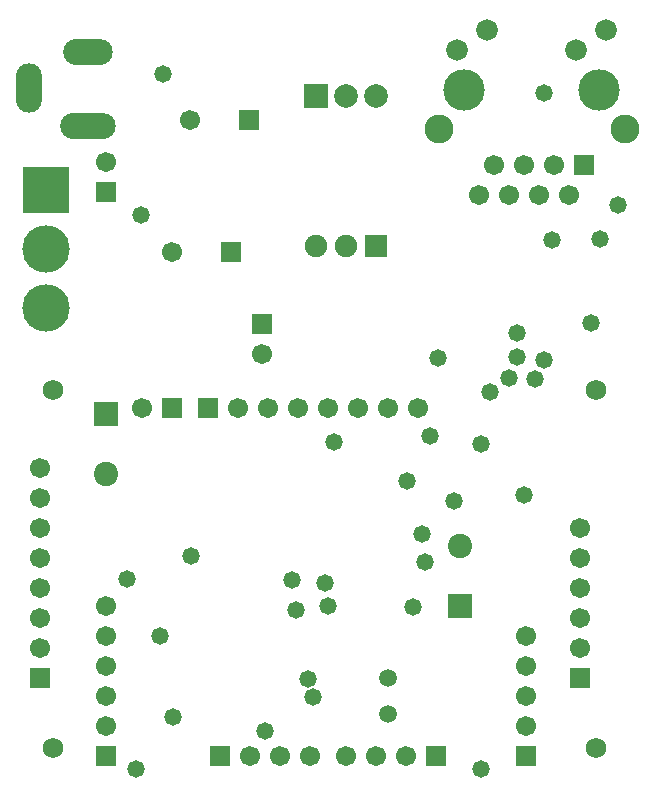
<source format=gbs>
%FSLAX23Y23*%
%MOIN*%
G70*
G01*
G75*
G04 Layer_Color=16711935*
%ADD10R,0.118X0.276*%
%ADD11R,0.067X0.043*%
%ADD12R,0.039X0.051*%
%ADD13R,0.055X0.043*%
%ADD14O,0.061X0.010*%
%ADD15O,0.010X0.061*%
%ADD16R,0.043X0.055*%
%ADD17R,0.051X0.039*%
%ADD18R,0.413X0.331*%
%ADD19R,0.041X0.130*%
%ADD20R,0.041X0.150*%
%ADD21R,0.421X0.331*%
%ADD22R,0.059X0.024*%
%ADD23O,0.024X0.087*%
%ADD24C,0.020*%
%ADD25C,0.010*%
%ADD26C,0.012*%
%ADD27R,0.059X0.059*%
%ADD28C,0.059*%
%ADD29C,0.150*%
%ADD30R,0.150X0.150*%
%ADD31R,0.059X0.059*%
%ADD32C,0.051*%
%ADD33C,0.073*%
%ADD34R,0.073X0.073*%
%ADD35C,0.059*%
%ADD36O,0.079X0.157*%
%ADD37O,0.157X0.079*%
%ADD38O,0.177X0.079*%
%ADD39C,0.064*%
%ADD40C,0.130*%
%ADD41C,0.088*%
%ADD42C,0.060*%
%ADD43C,0.071*%
%ADD44R,0.071X0.071*%
%ADD45C,0.067*%
%ADD46R,0.067X0.067*%
%ADD47C,0.050*%
%ADD48C,0.008*%
%ADD49C,0.010*%
%ADD50C,0.024*%
%ADD51C,0.006*%
%ADD52R,0.126X0.284*%
%ADD53R,0.075X0.051*%
%ADD54R,0.047X0.059*%
%ADD55R,0.063X0.051*%
%ADD56O,0.069X0.018*%
%ADD57O,0.018X0.069*%
%ADD58R,0.051X0.063*%
%ADD59R,0.059X0.047*%
%ADD60R,0.421X0.339*%
%ADD61R,0.049X0.138*%
%ADD62R,0.049X0.158*%
%ADD63R,0.429X0.339*%
%ADD64R,0.067X0.032*%
%ADD65O,0.032X0.095*%
%ADD66R,0.067X0.067*%
%ADD67C,0.067*%
%ADD68C,0.158*%
%ADD69R,0.158X0.158*%
%ADD70R,0.067X0.067*%
%ADD71C,0.059*%
%ADD72C,0.081*%
%ADD73R,0.081X0.081*%
%ADD74C,0.067*%
%ADD75O,0.087X0.165*%
%ADD76O,0.165X0.087*%
%ADD77O,0.185X0.087*%
%ADD78C,0.072*%
%ADD79C,0.138*%
%ADD80C,0.096*%
%ADD81C,0.068*%
%ADD82C,0.079*%
%ADD83R,0.079X0.079*%
%ADD84C,0.075*%
%ADD85R,0.075X0.075*%
%ADD86C,0.058*%
D66*
X2380Y3080D02*
D03*
X3780Y1200D02*
D03*
X2900Y2640D02*
D03*
X2160Y1460D02*
D03*
X2380Y1200D02*
D03*
X3960Y1460D02*
D03*
D67*
X2380Y3180D02*
D03*
X3780Y1600D02*
D03*
Y1500D02*
D03*
Y1400D02*
D03*
Y1300D02*
D03*
X2900Y2540D02*
D03*
X2500Y2360D02*
D03*
X2160Y2160D02*
D03*
Y2060D02*
D03*
Y1960D02*
D03*
Y1860D02*
D03*
Y1760D02*
D03*
Y1660D02*
D03*
Y1560D02*
D03*
X2380Y1700D02*
D03*
Y1600D02*
D03*
Y1500D02*
D03*
Y1400D02*
D03*
Y1300D02*
D03*
X3060Y1200D02*
D03*
X2960D02*
D03*
X2860D02*
D03*
X2123Y3466D02*
D03*
Y3387D02*
D03*
X2359Y3545D02*
D03*
X2281D02*
D03*
X3380Y1200D02*
D03*
X3280D02*
D03*
X3180D02*
D03*
X3420Y2360D02*
D03*
X3320D02*
D03*
X3220D02*
D03*
X3120D02*
D03*
X3020D02*
D03*
X2920D02*
D03*
X2820D02*
D03*
X3875Y3170D02*
D03*
X3775D02*
D03*
X3825Y3070D02*
D03*
X3725D02*
D03*
X3675Y3170D02*
D03*
X3925Y3070D02*
D03*
X3625D02*
D03*
X3960Y1960D02*
D03*
Y1860D02*
D03*
Y1760D02*
D03*
Y1660D02*
D03*
Y1560D02*
D03*
X2662Y3320D02*
D03*
X2602Y2880D02*
D03*
D68*
X2180Y2888D02*
D03*
Y2692D02*
D03*
D69*
Y3085D02*
D03*
D70*
X2600Y2360D02*
D03*
X2760Y1200D02*
D03*
X3480D02*
D03*
X2720Y2360D02*
D03*
X3975Y3170D02*
D03*
X2858Y3320D02*
D03*
X2798Y2880D02*
D03*
D71*
X3320Y1339D02*
D03*
Y1461D02*
D03*
D72*
X2380Y2140D02*
D03*
X3560Y1900D02*
D03*
D73*
X2380Y2340D02*
D03*
X3560Y1700D02*
D03*
D74*
X2271Y3301D02*
D03*
X2369D02*
D03*
D75*
X2123Y3427D02*
D03*
D76*
X2320Y3545D02*
D03*
D77*
Y3301D02*
D03*
D78*
X3551Y3553D02*
D03*
X3651Y3620D02*
D03*
X3949Y3553D02*
D03*
X4049Y3620D02*
D03*
D79*
X3575Y3420D02*
D03*
X4025D02*
D03*
D80*
X4110Y3290D02*
D03*
X3490D02*
D03*
D81*
X4015Y1225D02*
D03*
Y2420D02*
D03*
X2205D02*
D03*
Y1225D02*
D03*
D82*
X3280Y3400D02*
D03*
X3180D02*
D03*
D83*
X3080D02*
D03*
D84*
X3080Y2900D02*
D03*
X3180D02*
D03*
D85*
X3280D02*
D03*
D86*
X3724Y2460D02*
D03*
X3811Y2457D02*
D03*
X3841Y2521D02*
D03*
X3752Y2528D02*
D03*
X3998Y2643D02*
D03*
X3487Y2525D02*
D03*
X3867Y2919D02*
D03*
X4028Y2922D02*
D03*
X3840Y3410D02*
D03*
X3752Y2609D02*
D03*
X3660Y2414D02*
D03*
X3632Y2240D02*
D03*
X3460Y2267D02*
D03*
X4087Y3037D02*
D03*
X2910Y1284D02*
D03*
X3055Y1457D02*
D03*
X2498Y3004D02*
D03*
X2570Y3474D02*
D03*
X3120Y1700D02*
D03*
X3015Y1685D02*
D03*
X3405Y1695D02*
D03*
X3445Y1845D02*
D03*
X3630Y1155D02*
D03*
X2605Y1330D02*
D03*
X2450Y1790D02*
D03*
X2665Y1865D02*
D03*
X2480Y1155D02*
D03*
X2560Y1600D02*
D03*
X3070Y1395D02*
D03*
X3110Y1775D02*
D03*
X3000Y1785D02*
D03*
X3140Y2245D02*
D03*
X3540Y2050D02*
D03*
X3435Y1940D02*
D03*
X3385Y2115D02*
D03*
X3775Y2070D02*
D03*
M02*

</source>
